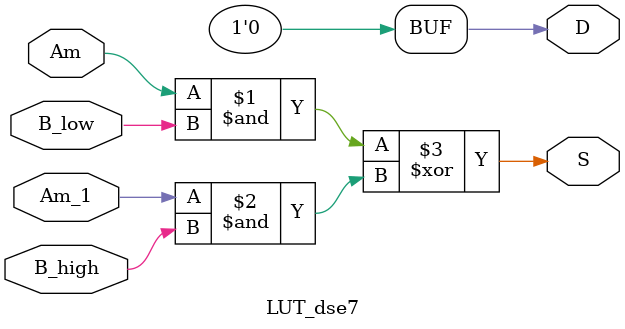
<source format=v>
`timescale 1ns/1ns
module LUT_dse7(
    input           Am          ,
    input           B_low       ,
    input           Am_1        ,
    input           B_high      ,
    output          S           ,
    output          D           //           
);

    assign D = 1'b0;
	assign S = (Am & B_low) ^ (Am_1 & B_high);

endmodule // LUT_dse7


</source>
